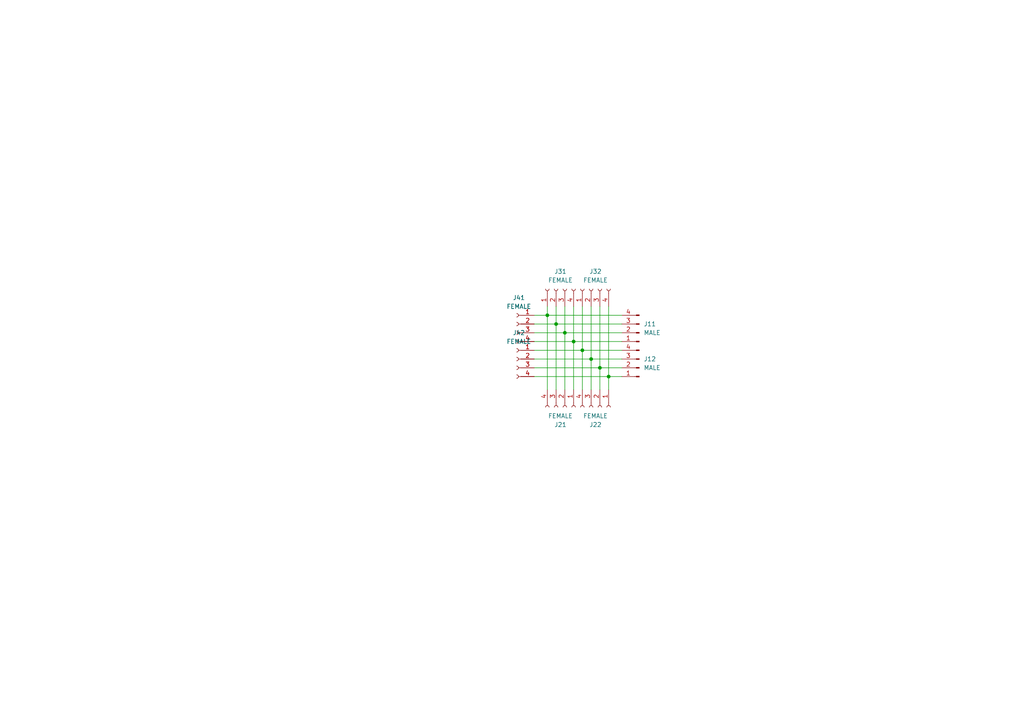
<source format=kicad_sch>
(kicad_sch (version 20231120) (generator "eeschema") (generator_version "8.0")
  (paper "A4")
  (lib_symbols
    (symbol "connector_3.50mm_4P_horizontal_FEMALE_1" (pin_names (offset 1.016) hide)
      (property "Reference" "J" (at 0 5.08 0))
      (property "Value" "FEMALE" (at 0 -7.62 0))
      (symbol "connector_3.50mm_4P_horizontal_FEMALE_1_1_1"
        (arc (start 0 -4.572) (mid -0.5058 -5.08) (end 0 -5.588) (stroke (width 0.1524)))
        (arc (start 0 -2.032) (mid -0.5058 -2.54) (end 0 -3.048) (stroke (width 0.1524)))
        (polyline (pts (xy -1.27 -5.08) (xy -0.508 -5.08)) (stroke (width 0.1524)))
        (polyline (pts (xy -1.27 -2.54) (xy -0.508 -2.54)) (stroke (width 0.1524)))
        (polyline (pts (xy -1.27 0) (xy -0.508 0)) (stroke (width 0.1524)))
        (polyline (pts (xy -1.27 2.54) (xy -0.508 2.54)) (stroke (width 0.1524)))
        (arc (start 0 0.508) (mid -0.5058 0) (end 0 -0.508) (stroke (width 0.1524)))
        (arc (start 0 3.048) (mid -0.5058 2.54) (end 0 2.032) (stroke (width 0.1524)))
        (pin passive line (at -5.08 2.54 0) (length 3.81) (name "Pin_1") (number "1"))
        (pin passive line (at -5.08 0 0) (length 3.81) (name "Pin_2") (number "2"))
        (pin passive line (at -5.08 -2.54 0) (length 3.81) (name "Pin_3") (number "3"))
        (pin passive line (at -5.08 -5.08 0) (length 3.81) (name "Pin_4") (number "4"))
      )
    )
    (symbol "custom_kicad_lib_sk:connector_3.50mm_4P_horizontal_MALE" (pin_names (offset 1.016) hide)
      (property "Reference" "J" (at 0 5.08 0))
      (property "Value" "MALE" (at 0 -7.62 0))
      (symbol "connector_3.50mm_4P_horizontal_MALE_1_1"
        (rectangle (start -4.2164 -4.953) (end -5.08 -5.207) (stroke (width 0.1524)) (fill (type outline)))
        (rectangle (start -4.2164 -2.413) (end -5.08 -2.667) (stroke (width 0.1524)) (fill (type outline)))
        (rectangle (start -4.2164 0.127) (end -5.08 -0.127) (stroke (width 0.1524)) (fill (type outline)))
        (rectangle (start -4.2164 2.667) (end -5.08 2.413) (stroke (width 0.1524)) (fill (type outline)))
        (polyline (pts (xy -3.81 -5.08) (xy -4.2164 -5.08)) (stroke (width 0.1524)))
        (polyline (pts (xy -3.81 -2.54) (xy -4.2164 -2.54)) (stroke (width 0.1524)))
        (polyline (pts (xy -3.81 0) (xy -4.2164 0)) (stroke (width 0.1524)))
        (polyline (pts (xy -3.81 2.54) (xy -4.2164 2.54)) (stroke (width 0.1524)))
        (pin passive line (at 0 2.54 180) (length 3.81) (name "Pin_1") (number "1"))
        (pin passive line (at 0 0 180) (length 3.81) (name "Pin_2") (number "2"))
        (pin passive line (at 0 -2.54 180) (length 3.81) (name "Pin_3") (number "3"))
        (pin passive line (at 0 -5.08 180) (length 3.81) (name "Pin_4") (number "4"))
      )
    )
  )
  (junction (at 176.53 109.22))
  (junction (at 158.75 91.44))
  (junction (at 173.99 106.68))
  (junction (at 171.45 104.14))
  (junction (at 168.91 101.6))
  (junction (at 163.83 96.52))
  (junction (at 161.29 93.98))
  (junction (at 166.37 99.06))
  (wire (pts (xy 154.94 93.98) (xy 161.29 93.98)))
  (wire (pts (xy 173.99 106.68) (xy 173.99 113.03)))
  (wire (pts (xy 154.94 109.22) (xy 176.53 109.22)))
  (wire (pts (xy 173.99 106.68) (xy 180.34 106.68)))
  (wire (pts (xy 176.53 109.22) (xy 180.34 109.22)))
  (wire (pts (xy 171.45 88.9) (xy 171.45 104.14)))
  (wire (pts (xy 154.94 104.14) (xy 171.45 104.14)))
  (wire (pts (xy 168.91 88.9) (xy 168.91 101.6)))
  (wire (pts (xy 176.53 88.9) (xy 176.53 109.22)))
  (wire (pts (xy 161.29 93.98) (xy 161.29 113.03)))
  (wire (pts (xy 166.37 88.9) (xy 166.37 99.06)))
  (wire (pts (xy 163.83 88.9) (xy 163.83 96.52)))
  (wire (pts (xy 161.29 93.98) (xy 180.34 93.98)))
  (wire (pts (xy 161.29 88.9) (xy 161.29 93.98)))
  (wire (pts (xy 173.99 88.9) (xy 173.99 106.68)))
  (wire (pts (xy 166.37 99.06) (xy 166.37 113.03)))
  (wire (pts (xy 154.94 91.44) (xy 158.75 91.44)))
  (wire (pts (xy 163.83 96.52) (xy 163.83 113.03)))
  (wire (pts (xy 154.94 106.68) (xy 173.99 106.68)))
  (wire (pts (xy 168.91 101.6) (xy 168.91 113.03)))
  (wire (pts (xy 166.37 99.06) (xy 180.34 99.06)))
  (wire (pts (xy 154.94 96.52) (xy 163.83 96.52)))
  (wire (pts (xy 171.45 104.14) (xy 171.45 113.03)))
  (wire (pts (xy 158.75 91.44) (xy 158.75 113.03)))
  (wire (pts (xy 154.94 99.06) (xy 166.37 99.06)))
  (wire (pts (xy 171.45 104.14) (xy 180.34 104.14)))
  (wire (pts (xy 158.75 91.44) (xy 180.34 91.44)))
  (wire (pts (xy 163.83 96.52) (xy 180.34 96.52)))
  (wire (pts (xy 158.75 88.9) (xy 158.75 91.44)))
  (wire (pts (xy 176.53 109.22) (xy 176.53 113.03)))
  (wire (pts (xy 168.91 101.6) (xy 180.34 101.6)))
  (wire (pts (xy 154.94 101.6) (xy 168.91 101.6)))
  (symbol (lib_name "connector_3.50mm_4P_horizontal_FEMALE_1") (lib_id "custom_kicad_lib_sk:connector_3.50mm_4P_horizontal_FEMALE") (at 149.86 104.14 0) (mirror y) (unit 1)
    (property "Reference" "J42" (at 150.495 96.52 0))
    (property "Value" "FEMALE" (at 150.495 99.06 0))
    (property "Footprint" "Connector_Phoenix_MC:PhoenixContact_MC_1,5_4-G-3.5_1x04_P3.50mm_Horizontal" (effects (hide yes)))
    (property "Description" "Generic connector, single row, 01x04, script generated" (effects (hide yes)))
  )
  (symbol (lib_id "custom_kicad_lib_sk:connector_3.50mm_4P_horizontal_MALE") (at 180.34 96.52 180) (unit 1)
    (property "Reference" "J11" (at 186.69 93.9799 0) (effects (justify right)))
    (property "Value" "MALE" (at 186.69 96.5199 0) (effects (justify right)))
    (property "Footprint" "custom_kicad_lib_sk:connector_3.50mm_4P horizontal_MALE" (effects (hide yes)))
    (property "Description" "Generic connector, single row, 01x04, script generated" (effects (hide yes)))
  )
  (symbol (lib_name "connector_3.50mm_4P_horizontal_FEMALE_1") (lib_id "custom_kicad_lib_sk:connector_3.50mm_4P_horizontal_FEMALE") (at 171.45 83.82 90) (unit 1)
    (property "Reference" "J32" (at 172.72 78.74 90))
    (property "Value" "FEMALE" (at 172.72 81.28 90))
    (property "Footprint" "Connector_Phoenix_MC:PhoenixContact_MC_1,5_4-G-3.5_1x04_P3.50mm_Horizontal" (effects (hide yes)))
    (property "Description" "Generic connector, single row, 01x04, script generated" (effects (hide yes)))
  )
  (symbol (lib_name "connector_3.50mm_4P_horizontal_FEMALE_1") (lib_id "custom_kicad_lib_sk:connector_3.50mm_4P_horizontal_FEMALE") (at 161.29 83.82 90) (unit 1)
    (property "Reference" "J31" (at 162.56 78.74 90))
    (property "Value" "FEMALE" (at 162.56 81.28 90))
    (property "Footprint" "Connector_Phoenix_MC:PhoenixContact_MC_1,5_4-G-3.5_1x04_P3.50mm_Horizontal" (effects (hide yes)))
    (property "Description" "Generic connector, single row, 01x04, script generated" (effects (hide yes)))
  )
  (symbol (lib_name "connector_3.50mm_4P_horizontal_FEMALE_1") (lib_id "custom_kicad_lib_sk:connector_3.50mm_4P_horizontal_FEMALE") (at 163.83 118.11 270) (unit 1)
    (property "Reference" "J21" (at 162.56 123.19 90))
    (property "Value" "FEMALE" (at 162.56 120.65 90))
    (property "Footprint" "Connector_Phoenix_MC:PhoenixContact_MC_1,5_4-G-3.5_1x04_P3.50mm_Horizontal" (effects (hide yes)))
    (property "Description" "Generic connector, single row, 01x04, script generated" (effects (hide yes)))
  )
  (symbol (lib_name "connector_3.50mm_4P_horizontal_FEMALE_1") (lib_id "custom_kicad_lib_sk:connector_3.50mm_4P_horizontal_FEMALE") (at 173.99 118.11 270) (unit 1)
    (property "Reference" "J22" (at 172.72 123.19 90))
    (property "Value" "FEMALE" (at 172.72 120.65 90))
    (property "Footprint" "Connector_Phoenix_MC:PhoenixContact_MC_1,5_4-G-3.5_1x04_P3.50mm_Horizontal" (effects (hide yes)))
    (property "Description" "Generic connector, single row, 01x04, script generated" (effects (hide yes)))
  )
  (symbol (lib_name "connector_3.50mm_4P_horizontal_FEMALE_1") (lib_id "custom_kicad_lib_sk:connector_3.50mm_4P_horizontal_FEMALE") (at 149.86 93.98 0) (mirror y) (unit 1)
    (property "Reference" "J41" (at 150.495 86.36 0))
    (property "Value" "FEMALE" (at 150.495 88.9 0))
    (property "Footprint" "Connector_Phoenix_MC:PhoenixContact_MC_1,5_4-G-3.5_1x04_P3.50mm_Horizontal" (effects (hide yes)))
    (property "Description" "Generic connector, single row, 01x04, script generated" (effects (hide yes)))
  )
  (symbol (lib_id "custom_kicad_lib_sk:connector_3.50mm_4P_horizontal_MALE") (at 180.34 106.68 180) (unit 1)
    (property "Reference" "J12" (at 186.69 104.1399 0) (effects (justify right)))
    (property "Value" "MALE" (at 186.69 106.6799 0) (effects (justify right)))
    (property "Footprint" "custom_kicad_lib_sk:connector_3.50mm_4P horizontal_MALE" (effects (hide yes)))
    (property "Description" "Generic connector, single row, 01x04, script generated" (effects (hide yes)))
  )
)
</source>
